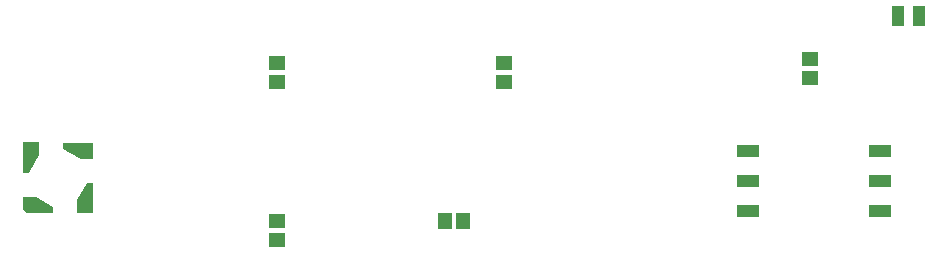
<source format=gtp>
G04*
G04 #@! TF.GenerationSoftware,Altium Limited,Altium Designer,21.8.1 (53)*
G04*
G04 Layer_Color=8421504*
%FSLAX25Y25*%
%MOIN*%
G70*
G04*
G04 #@! TF.SameCoordinates,DFC464EB-1075-4BFE-916E-F93FBC4A2262*
G04*
G04*
G04 #@! TF.FilePolarity,Positive*
G04*
G01*
G75*
%ADD16R,0.06000X0.03000*%
%ADD17R,0.02000X0.06000*%
%ADD18R,0.03000X0.06000*%
%ADD19R,0.04724X0.05512*%
%ADD20R,0.05512X0.04724*%
%ADD21R,0.04016X0.07008*%
%ADD22R,0.07205X0.04291*%
G36*
X34536Y46198D02*
X40361Y42892D01*
Y40692D01*
X35371Y40686D01*
X34536D01*
X34534Y40689D01*
X31567D01*
X30189Y42067D01*
Y46201D01*
X34534D01*
X34536Y46198D01*
D02*
G37*
G36*
X53800Y45900D02*
Y45065D01*
Y40735D01*
X48288D01*
Y45065D01*
X51595Y50890D01*
X53794D01*
X53800Y45900D01*
D02*
G37*
G36*
X35756Y60000D02*
X32450Y54175D01*
X30250D01*
X30244Y59165D01*
Y60000D01*
Y64331D01*
X35756D01*
Y60000D01*
D02*
G37*
G36*
X53831Y58744D02*
X49500D01*
X43675Y62050D01*
Y64250D01*
X48665Y64256D01*
X53831D01*
Y58744D01*
D02*
G37*
D16*
X35100Y42400D02*
D03*
X50700Y62600D02*
D03*
D03*
X35100Y42400D02*
D03*
D17*
X52000Y44500D02*
D03*
D03*
D18*
X31900Y61100D02*
D03*
D03*
D19*
X177150Y38000D02*
D03*
X170850D02*
D03*
D20*
X190500Y90650D02*
D03*
Y84350D02*
D03*
X115000D02*
D03*
Y90650D02*
D03*
X292500Y92150D02*
D03*
Y85850D02*
D03*
X115000Y38150D02*
D03*
Y31850D02*
D03*
D21*
X321996Y106500D02*
D03*
X329004D02*
D03*
D22*
X316126Y61500D02*
D03*
Y51500D02*
D03*
Y41500D02*
D03*
X271874D02*
D03*
Y51500D02*
D03*
Y61500D02*
D03*
M02*

</source>
